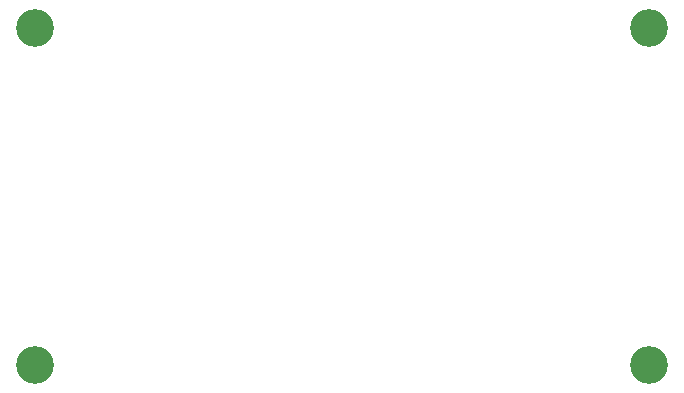
<source format=gbr>
%TF.GenerationSoftware,KiCad,Pcbnew,8.99.0-3334-g98ae574c78*%
%TF.CreationDate,2024-12-20T16:25:24-06:00*%
%TF.ProjectId,CyberStation,43796265-7253-4746-9174-696f6e2e6b69,rev?*%
%TF.SameCoordinates,Original*%
%TF.FileFunction,NonPlated,1,2,NPTH,Drill*%
%TF.FilePolarity,Positive*%
%FSLAX46Y46*%
G04 Gerber Fmt 4.6, Leading zero omitted, Abs format (unit mm)*
G04 Created by KiCad (PCBNEW 8.99.0-3334-g98ae574c78) date 2024-12-20 16:25:24*
%MOMM*%
%LPD*%
G01*
G04 APERTURE LIST*
%TA.AperFunction,ComponentDrill*%
%ADD10C,3.200000*%
%TD*%
G04 APERTURE END LIST*
D10*
%TO.C,U2*%
X145685000Y-72275000D03*
X145685000Y-100775000D03*
X197685000Y-72275000D03*
X197685000Y-100775000D03*
M02*

</source>
